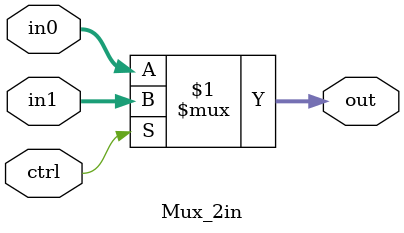
<source format=sv>
`include "AXI_define.svh"
module Mux_2in
#(parameter size=32)(
	//input
	input ctrl,
	input [size-1:0]in0,
	input [size-1:0]in1,
	//output
	output [size-1:0]out
);

assign out=ctrl? in1:in0;

endmodule

</source>
